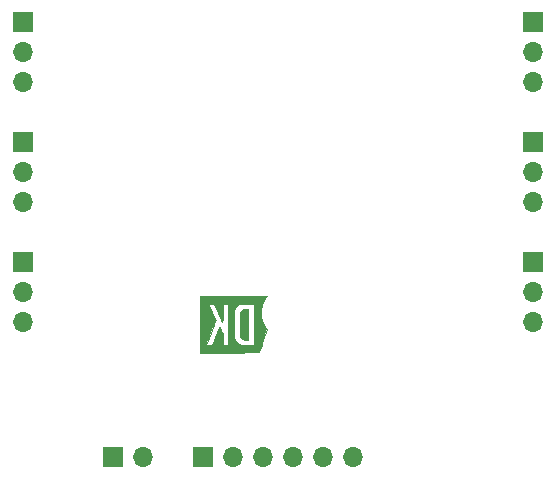
<source format=gbs>
G04 #@! TF.GenerationSoftware,KiCad,Pcbnew,(6.0.5-0)*
G04 #@! TF.CreationDate,2022-06-12T23:19:16+02:00*
G04 #@! TF.ProjectId,ESP8266-Breakout,45535038-3236-4362-9d42-7265616b6f75,1.1*
G04 #@! TF.SameCoordinates,PX2faf080PY2faf080*
G04 #@! TF.FileFunction,Soldermask,Bot*
G04 #@! TF.FilePolarity,Negative*
%FSLAX46Y46*%
G04 Gerber Fmt 4.6, Leading zero omitted, Abs format (unit mm)*
G04 Created by KiCad (PCBNEW (6.0.5-0)) date 2022-06-12 23:19:16*
%MOMM*%
%LPD*%
G01*
G04 APERTURE LIST*
%ADD10C,0.010000*%
%ADD11R,1.700000X1.700000*%
%ADD12O,1.700000X1.700000*%
G04 APERTURE END LIST*
G04 #@! TO.C,G\u002A\u002A\u002A*
G36*
X23564071Y-34934341D02*
G01*
X23549984Y-35262222D01*
X23552019Y-35419311D01*
X23571390Y-35685894D01*
X23613670Y-35914878D01*
X23681920Y-36116664D01*
X23779202Y-36301653D01*
X23908579Y-36480245D01*
X24039328Y-36639934D01*
X23718358Y-37595023D01*
X23650622Y-37796345D01*
X23580182Y-38005177D01*
X23516786Y-38192576D01*
X23462614Y-38352124D01*
X23419844Y-38477406D01*
X23390657Y-38562003D01*
X23377230Y-38599500D01*
X23375723Y-38602587D01*
X23367861Y-38610766D01*
X23352067Y-38617923D01*
X23324876Y-38624128D01*
X23282824Y-38629448D01*
X23222444Y-38633950D01*
X23140272Y-38637702D01*
X23032843Y-38640772D01*
X22896691Y-38643227D01*
X22728351Y-38645135D01*
X22524358Y-38646564D01*
X22281247Y-38647582D01*
X21995552Y-38648255D01*
X21663808Y-38648652D01*
X21282551Y-38648841D01*
X20848314Y-38648889D01*
X18339555Y-38648889D01*
X18339555Y-38029973D01*
X18881689Y-38029973D01*
X19418799Y-38013889D01*
X19542600Y-37675222D01*
X19629800Y-37436709D01*
X19719084Y-37192900D01*
X19792252Y-36994172D01*
X19851101Y-36836184D01*
X19897431Y-36714599D01*
X19933042Y-36625075D01*
X19959733Y-36563275D01*
X19979304Y-36524859D01*
X19993553Y-36505488D01*
X20004281Y-36500822D01*
X20013286Y-36506522D01*
X20022368Y-36518249D01*
X20029974Y-36529525D01*
X20066163Y-36590486D01*
X20116600Y-36681441D01*
X20172826Y-36787265D01*
X20286889Y-37006508D01*
X20286889Y-38028000D01*
X20766666Y-38028000D01*
X20766666Y-37449445D01*
X21288778Y-37449445D01*
X21355656Y-37584075D01*
X21405429Y-37667712D01*
X21524367Y-37804875D01*
X21668283Y-37915817D01*
X21820133Y-37985798D01*
X21832738Y-37989345D01*
X21924965Y-38007008D01*
X22051521Y-38019004D01*
X22219725Y-38025835D01*
X22436900Y-38028000D01*
X22911555Y-38028000D01*
X22911555Y-34500222D01*
X22408583Y-34500222D01*
X22236268Y-34501297D01*
X22053300Y-34506896D01*
X21910383Y-34518915D01*
X21798275Y-34539163D01*
X21707732Y-34569448D01*
X21629508Y-34611578D01*
X21554359Y-34667364D01*
X21510526Y-34709748D01*
X21436481Y-34800585D01*
X21372495Y-34899410D01*
X21288778Y-35050556D01*
X21288778Y-37449445D01*
X20766666Y-37449445D01*
X20766666Y-34500222D01*
X20286889Y-34500222D01*
X20286889Y-35306221D01*
X20286848Y-35353318D01*
X20285705Y-35555212D01*
X20283148Y-35735152D01*
X20279385Y-35886242D01*
X20274624Y-36001582D01*
X20269074Y-36074275D01*
X20262945Y-36097422D01*
X20258163Y-36091072D01*
X20231782Y-36042381D01*
X20186491Y-35951375D01*
X20125333Y-35824416D01*
X20051353Y-35667863D01*
X19967598Y-35488078D01*
X19877111Y-35291423D01*
X19515220Y-34500222D01*
X19019718Y-34500222D01*
X19346058Y-35170500D01*
X19428252Y-35339893D01*
X19508713Y-35506925D01*
X19577950Y-35651929D01*
X19632563Y-35767738D01*
X19669150Y-35847187D01*
X19684310Y-35883111D01*
X19684118Y-35888853D01*
X19670648Y-35939314D01*
X19639324Y-36034568D01*
X19592263Y-36168757D01*
X19531579Y-36336023D01*
X19459390Y-36530509D01*
X19377810Y-36746357D01*
X19288955Y-36977709D01*
X18881689Y-38029973D01*
X18339555Y-38029973D01*
X18339555Y-33879334D01*
X24016620Y-33879334D01*
X23913815Y-33999278D01*
X23909800Y-34003983D01*
X23776419Y-34191688D01*
X23675518Y-34405219D01*
X23648355Y-34500222D01*
X23605325Y-34650722D01*
X23564071Y-34934341D01*
G37*
D10*
X23564071Y-34934341D02*
X23549984Y-35262222D01*
X23552019Y-35419311D01*
X23571390Y-35685894D01*
X23613670Y-35914878D01*
X23681920Y-36116664D01*
X23779202Y-36301653D01*
X23908579Y-36480245D01*
X24039328Y-36639934D01*
X23718358Y-37595023D01*
X23650622Y-37796345D01*
X23580182Y-38005177D01*
X23516786Y-38192576D01*
X23462614Y-38352124D01*
X23419844Y-38477406D01*
X23390657Y-38562003D01*
X23377230Y-38599500D01*
X23375723Y-38602587D01*
X23367861Y-38610766D01*
X23352067Y-38617923D01*
X23324876Y-38624128D01*
X23282824Y-38629448D01*
X23222444Y-38633950D01*
X23140272Y-38637702D01*
X23032843Y-38640772D01*
X22896691Y-38643227D01*
X22728351Y-38645135D01*
X22524358Y-38646564D01*
X22281247Y-38647582D01*
X21995552Y-38648255D01*
X21663808Y-38648652D01*
X21282551Y-38648841D01*
X20848314Y-38648889D01*
X18339555Y-38648889D01*
X18339555Y-38029973D01*
X18881689Y-38029973D01*
X19418799Y-38013889D01*
X19542600Y-37675222D01*
X19629800Y-37436709D01*
X19719084Y-37192900D01*
X19792252Y-36994172D01*
X19851101Y-36836184D01*
X19897431Y-36714599D01*
X19933042Y-36625075D01*
X19959733Y-36563275D01*
X19979304Y-36524859D01*
X19993553Y-36505488D01*
X20004281Y-36500822D01*
X20013286Y-36506522D01*
X20022368Y-36518249D01*
X20029974Y-36529525D01*
X20066163Y-36590486D01*
X20116600Y-36681441D01*
X20172826Y-36787265D01*
X20286889Y-37006508D01*
X20286889Y-38028000D01*
X20766666Y-38028000D01*
X20766666Y-37449445D01*
X21288778Y-37449445D01*
X21355656Y-37584075D01*
X21405429Y-37667712D01*
X21524367Y-37804875D01*
X21668283Y-37915817D01*
X21820133Y-37985798D01*
X21832738Y-37989345D01*
X21924965Y-38007008D01*
X22051521Y-38019004D01*
X22219725Y-38025835D01*
X22436900Y-38028000D01*
X22911555Y-38028000D01*
X22911555Y-34500222D01*
X22408583Y-34500222D01*
X22236268Y-34501297D01*
X22053300Y-34506896D01*
X21910383Y-34518915D01*
X21798275Y-34539163D01*
X21707732Y-34569448D01*
X21629508Y-34611578D01*
X21554359Y-34667364D01*
X21510526Y-34709748D01*
X21436481Y-34800585D01*
X21372495Y-34899410D01*
X21288778Y-35050556D01*
X21288778Y-37449445D01*
X20766666Y-37449445D01*
X20766666Y-34500222D01*
X20286889Y-34500222D01*
X20286889Y-35306221D01*
X20286848Y-35353318D01*
X20285705Y-35555212D01*
X20283148Y-35735152D01*
X20279385Y-35886242D01*
X20274624Y-36001582D01*
X20269074Y-36074275D01*
X20262945Y-36097422D01*
X20258163Y-36091072D01*
X20231782Y-36042381D01*
X20186491Y-35951375D01*
X20125333Y-35824416D01*
X20051353Y-35667863D01*
X19967598Y-35488078D01*
X19877111Y-35291423D01*
X19515220Y-34500222D01*
X19019718Y-34500222D01*
X19346058Y-35170500D01*
X19428252Y-35339893D01*
X19508713Y-35506925D01*
X19577950Y-35651929D01*
X19632563Y-35767738D01*
X19669150Y-35847187D01*
X19684310Y-35883111D01*
X19684118Y-35888853D01*
X19670648Y-35939314D01*
X19639324Y-36034568D01*
X19592263Y-36168757D01*
X19531579Y-36336023D01*
X19459390Y-36530509D01*
X19377810Y-36746357D01*
X19288955Y-36977709D01*
X18881689Y-38029973D01*
X18339555Y-38029973D01*
X18339555Y-33879334D01*
X24016620Y-33879334D01*
X23913815Y-33999278D01*
X23909800Y-34003983D01*
X23776419Y-34191688D01*
X23675518Y-34405219D01*
X23648355Y-34500222D01*
X23605325Y-34650722D01*
X23564071Y-34934341D01*
G36*
X22403555Y-37576445D02*
G01*
X22241278Y-37574852D01*
X22140173Y-37570222D01*
X21999058Y-37543512D01*
X21897225Y-37490257D01*
X21826393Y-37407111D01*
X21825148Y-37404977D01*
X21810376Y-37377184D01*
X21798423Y-37345907D01*
X21788991Y-37305260D01*
X21781783Y-37249360D01*
X21776500Y-37172322D01*
X21772846Y-37068262D01*
X21770522Y-36931295D01*
X21769231Y-36755538D01*
X21768675Y-36535104D01*
X21768555Y-36264111D01*
X21768607Y-36105468D01*
X21769067Y-35861652D01*
X21770221Y-35665193D01*
X21772332Y-35510258D01*
X21775664Y-35391012D01*
X21780478Y-35301622D01*
X21787038Y-35236255D01*
X21795606Y-35189075D01*
X21806446Y-35154249D01*
X21819819Y-35125944D01*
X21840253Y-35093550D01*
X21929578Y-35013752D01*
X22059370Y-34967013D01*
X22233316Y-34951778D01*
X22403555Y-34951778D01*
X22403555Y-37576445D01*
G37*
X22403555Y-37576445D02*
X22241278Y-37574852D01*
X22140173Y-37570222D01*
X21999058Y-37543512D01*
X21897225Y-37490257D01*
X21826393Y-37407111D01*
X21825148Y-37404977D01*
X21810376Y-37377184D01*
X21798423Y-37345907D01*
X21788991Y-37305260D01*
X21781783Y-37249360D01*
X21776500Y-37172322D01*
X21772846Y-37068262D01*
X21770522Y-36931295D01*
X21769231Y-36755538D01*
X21768675Y-36535104D01*
X21768555Y-36264111D01*
X21768607Y-36105468D01*
X21769067Y-35861652D01*
X21770221Y-35665193D01*
X21772332Y-35510258D01*
X21775664Y-35391012D01*
X21780478Y-35301622D01*
X21787038Y-35236255D01*
X21795606Y-35189075D01*
X21806446Y-35154249D01*
X21819819Y-35125944D01*
X21840253Y-35093550D01*
X21929578Y-35013752D01*
X22059370Y-34967013D01*
X22233316Y-34951778D01*
X22403555Y-34951778D01*
X22403555Y-37576445D01*
G04 #@! TD*
D11*
G04 #@! TO.C,J8*
X18650000Y-47460000D03*
D12*
X21190000Y-47460000D03*
X23730000Y-47460000D03*
X26270000Y-47460000D03*
X28810000Y-47460000D03*
X31350000Y-47460000D03*
G04 #@! TD*
D11*
G04 #@! TO.C,J7*
X11030000Y-47460000D03*
D12*
X13570000Y-47460000D03*
G04 #@! TD*
D11*
G04 #@! TO.C,J6*
X3410000Y-20790000D03*
D12*
X3410000Y-23330000D03*
X3410000Y-25870000D03*
G04 #@! TD*
D11*
G04 #@! TO.C,J5*
X3410000Y-10630000D03*
D12*
X3410000Y-13170000D03*
X3410000Y-15710000D03*
G04 #@! TD*
D11*
G04 #@! TO.C,J4*
X46590000Y-30950000D03*
D12*
X46590000Y-33490000D03*
X46590000Y-36030000D03*
G04 #@! TD*
D11*
G04 #@! TO.C,J3*
X3410000Y-30950000D03*
D12*
X3410000Y-33490000D03*
X3410000Y-36030000D03*
G04 #@! TD*
D11*
G04 #@! TO.C,J2*
X46590000Y-10630000D03*
D12*
X46590000Y-13170000D03*
X46590000Y-15710000D03*
G04 #@! TD*
D11*
G04 #@! TO.C,J1*
X46590000Y-20790000D03*
D12*
X46590000Y-23330000D03*
X46590000Y-25870000D03*
G04 #@! TD*
M02*

</source>
